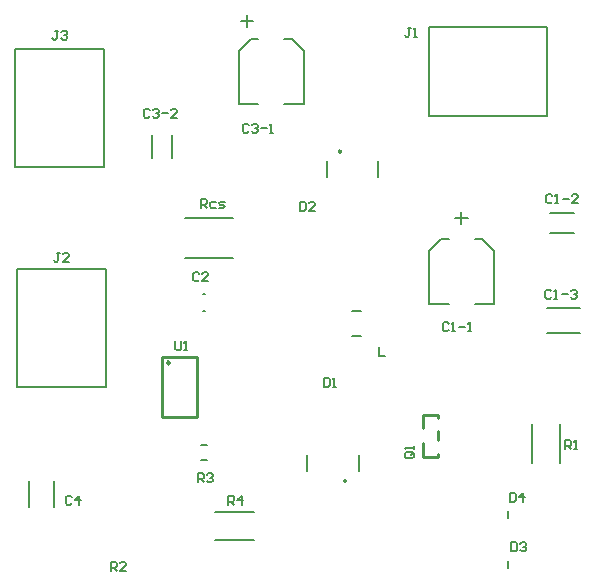
<source format=gto>
G04*
G04 #@! TF.GenerationSoftware,Altium Limited,Altium Designer,24.9.1 (31)*
G04*
G04 Layer_Color=65535*
%FSLAX44Y44*%
%MOMM*%
G71*
G04*
G04 #@! TF.SameCoordinates,064BEE1E-2FB1-430C-AF41-A2A5F34B4FD9*
G04*
G04*
G04 #@! TF.FilePolarity,Positive*
G04*
G01*
G75*
%ADD10C,0.2540*%
%ADD11C,0.2500*%
%ADD12C,0.2000*%
%ADD13C,0.1778*%
%ADD14C,0.1524*%
%ADD15R,0.1500X0.8000*%
D10*
X142850Y206690D02*
G03*
X142850Y206690I-1270J0D01*
G01*
X136500Y160970D02*
Y211770D01*
Y160970D02*
X165710D01*
Y211770D01*
X136500D02*
X165710D01*
X356870Y127000D02*
Y138430D01*
Y127000D02*
X369570D01*
Y129540D01*
X356870Y151130D02*
Y162560D01*
X369570D01*
Y160020D02*
Y162560D01*
Y140970D02*
Y148590D01*
D11*
X287530Y385710D02*
G03*
X287530Y385710I-750J0D01*
G01*
X292060Y106760D02*
G03*
X292060Y106760I-750J0D01*
G01*
D12*
X170700Y250560D02*
X172200D01*
X170700Y265060D02*
X172200D01*
X318930Y363910D02*
Y377460D01*
X275430Y363910D02*
Y377460D01*
X462189Y231759D02*
X490311D01*
X462189Y253381D02*
X490311D01*
X169540Y137560D02*
X174040D01*
X169540Y124060D02*
X174040D01*
X449229Y121496D02*
Y154558D01*
X472791Y121496D02*
Y154558D01*
X464919Y316620D02*
X485041D01*
X464919Y333620D02*
X485041D01*
X259160Y115010D02*
Y128560D01*
X302660Y115010D02*
Y128560D01*
X144390Y379829D02*
Y399951D01*
X127390Y379829D02*
Y399951D01*
X201100Y425890D02*
Y470890D01*
X211100Y480890D02*
X217600D01*
X201100Y470890D02*
X211100Y480890D01*
X201100Y425890D02*
X217600D01*
X239600D02*
X256100D01*
X246100Y480890D02*
X256100Y470890D01*
X239600Y480890D02*
X246100D01*
X256100Y425890D02*
Y470890D01*
X155977Y329420D02*
X195947D01*
X155977Y295420D02*
X195947D01*
X361880Y490850D02*
X461880D01*
X361880Y415850D02*
X461880D01*
X361880D02*
Y490850D01*
X461880Y415850D02*
Y490850D01*
X297008Y250561D02*
X304972D01*
X297008Y229499D02*
X304972D01*
X23540Y84250D02*
Y106250D01*
X45040Y84250D02*
Y106250D01*
X180723Y56799D02*
X213785D01*
X180723Y80361D02*
X213785D01*
X11990Y372510D02*
X86990D01*
X11990Y472510D02*
X86990D01*
X11990Y372510D02*
Y472510D01*
X86990Y372510D02*
Y472510D01*
X13300Y186220D02*
X88300D01*
X13300Y286220D02*
X88300D01*
X13300Y186220D02*
Y286220D01*
X88300Y186220D02*
Y286220D01*
X417390Y256570D02*
Y301570D01*
X400890Y311570D02*
X407390D01*
X417390Y301570D01*
X400890Y256570D02*
X417390D01*
X362390D02*
X378890D01*
X362390Y301570D02*
X372390Y311570D01*
X378890D01*
X362390Y256570D02*
Y301570D01*
D13*
X167640Y281939D02*
X166371Y283209D01*
X163832D01*
X162562Y281939D01*
Y276861D01*
X163832Y275591D01*
X166371D01*
X167640Y276861D01*
X175258Y275591D02*
X170180D01*
X175258Y280670D01*
Y281939D01*
X173988Y283209D01*
X171449D01*
X170180Y281939D01*
X147322Y224789D02*
Y218441D01*
X148591Y217171D01*
X151130D01*
X152400Y218441D01*
Y224789D01*
X154939Y217171D02*
X157478D01*
X156209D01*
Y224789D01*
X154939Y223519D01*
X252732Y342899D02*
Y335281D01*
X256541D01*
X257810Y336551D01*
Y341629D01*
X256541Y342899D01*
X252732D01*
X265428Y335281D02*
X260350D01*
X265428Y340360D01*
Y341629D01*
X264158Y342899D01*
X261619D01*
X260350Y341629D01*
X465580Y267460D02*
X464311Y268729D01*
X461772D01*
X460502Y267460D01*
Y262382D01*
X461772Y261112D01*
X464311D01*
X465580Y262382D01*
X468120Y261112D02*
X470659D01*
X469389D01*
Y268729D01*
X468120Y267460D01*
X474468Y264921D02*
X479546D01*
X482085Y267460D02*
X483355Y268729D01*
X485894D01*
X487163Y267460D01*
Y266190D01*
X485894Y264921D01*
X484624D01*
X485894D01*
X487163Y263651D01*
Y262382D01*
X485894Y261112D01*
X483355D01*
X482085Y262382D01*
X166372Y105411D02*
Y113029D01*
X170181D01*
X171450Y111759D01*
Y109220D01*
X170181Y107950D01*
X166372D01*
X168911D02*
X171450Y105411D01*
X173990Y111759D02*
X175259Y113029D01*
X177798D01*
X179068Y111759D01*
Y110490D01*
X177798Y109220D01*
X176529D01*
X177798D01*
X179068Y107950D01*
Y106681D01*
X177798Y105411D01*
X175259D01*
X173990Y106681D01*
X477522Y133351D02*
Y140969D01*
X481330D01*
X482600Y139699D01*
Y137160D01*
X481330Y135890D01*
X477522D01*
X480061D02*
X482600Y133351D01*
X485139D02*
X487678D01*
X486409D01*
Y140969D01*
X485139Y139699D01*
X466728Y347979D02*
X465458Y349249D01*
X462919D01*
X461649Y347979D01*
Y342901D01*
X462919Y341631D01*
X465458D01*
X466728Y342901D01*
X469267Y341631D02*
X471806D01*
X470536D01*
Y349249D01*
X469267Y347979D01*
X475615Y345440D02*
X480693D01*
X488311Y341631D02*
X483232D01*
X488311Y346710D01*
Y347979D01*
X487041Y349249D01*
X484502D01*
X483232Y347979D01*
X347979Y130810D02*
X342901D01*
X341631Y129540D01*
Y127001D01*
X342901Y125732D01*
X347979D01*
X349249Y127001D01*
Y129540D01*
X346710Y128271D02*
X349249Y130810D01*
Y129540D02*
X347979Y130810D01*
X349249Y133349D02*
Y135888D01*
Y134619D01*
X341631D01*
X342901Y133349D01*
X273292Y194259D02*
Y186641D01*
X277100D01*
X278370Y187911D01*
Y192989D01*
X277100Y194259D01*
X273292D01*
X280909Y186641D02*
X283448D01*
X282179D01*
Y194259D01*
X280909Y192989D01*
X125733Y420369D02*
X124463Y421639D01*
X121924D01*
X120654Y420369D01*
Y415291D01*
X121924Y414021D01*
X124463D01*
X125733Y415291D01*
X128272Y420369D02*
X129542Y421639D01*
X132081D01*
X133350Y420369D01*
Y419100D01*
X132081Y417830D01*
X130811D01*
X132081D01*
X133350Y416560D01*
Y415291D01*
X132081Y414021D01*
X129542D01*
X128272Y415291D01*
X135890Y417830D02*
X140968D01*
X148586Y414021D02*
X143507D01*
X148586Y419100D01*
Y420369D01*
X147316Y421639D01*
X144777D01*
X143507Y420369D01*
X209552Y407669D02*
X208283Y408939D01*
X205744D01*
X204474Y407669D01*
Y402591D01*
X205744Y401321D01*
X208283D01*
X209552Y402591D01*
X212092Y407669D02*
X213361Y408939D01*
X215900D01*
X217170Y407669D01*
Y406400D01*
X215900Y405130D01*
X214631D01*
X215900D01*
X217170Y403860D01*
Y402591D01*
X215900Y401321D01*
X213361D01*
X212092Y402591D01*
X219709Y405130D02*
X224788D01*
X227327Y401321D02*
X229866D01*
X228596D01*
Y408939D01*
X227327Y407669D01*
X168913Y337821D02*
Y345439D01*
X172722D01*
X173992Y344169D01*
Y341630D01*
X172722Y340360D01*
X168913D01*
X171453D02*
X173992Y337821D01*
X181609Y342900D02*
X177800D01*
X176531Y341630D01*
Y339091D01*
X177800Y337821D01*
X181609D01*
X184148D02*
X187957D01*
X189227Y339091D01*
X187957Y340360D01*
X185418D01*
X184148Y341630D01*
X185418Y342900D01*
X189227D01*
X346710Y490219D02*
X344171D01*
X345440D01*
Y483871D01*
X344171Y482601D01*
X342901D01*
X341632Y483871D01*
X349249Y482601D02*
X351788D01*
X350519D01*
Y490219D01*
X349249Y488949D01*
X319557Y219709D02*
Y212091D01*
X324636D01*
X59690Y92709D02*
X58421Y93979D01*
X55882D01*
X54612Y92709D01*
Y87631D01*
X55882Y86361D01*
X58421D01*
X59690Y87631D01*
X66038Y86361D02*
Y93979D01*
X62230Y90170D01*
X67308D01*
X92712Y30481D02*
Y38099D01*
X96521D01*
X97790Y36829D01*
Y34290D01*
X96521Y33020D01*
X92712D01*
X95251D02*
X97790Y30481D01*
X105408D02*
X100330D01*
X105408Y35560D01*
Y36829D01*
X104138Y38099D01*
X101599D01*
X100330Y36829D01*
X430532Y96519D02*
Y88901D01*
X434341D01*
X435610Y90171D01*
Y95249D01*
X434341Y96519D01*
X430532D01*
X441958Y88901D02*
Y96519D01*
X438150Y92710D01*
X443228D01*
X192176Y86361D02*
Y93979D01*
X195984D01*
X197254Y92709D01*
Y90170D01*
X195984Y88900D01*
X192176D01*
X194715D02*
X197254Y86361D01*
X203602D02*
Y93979D01*
X199793Y90170D01*
X204871D01*
X431802Y54609D02*
Y46991D01*
X435611D01*
X436880Y48261D01*
Y53339D01*
X435611Y54609D01*
X431802D01*
X439420Y53339D02*
X440689Y54609D01*
X443228D01*
X444498Y53339D01*
Y52070D01*
X443228Y50800D01*
X441959D01*
X443228D01*
X444498Y49530D01*
Y48261D01*
X443228Y46991D01*
X440689D01*
X439420Y48261D01*
X48260Y487679D02*
X45721D01*
X46991D01*
Y481331D01*
X45721Y480061D01*
X44452D01*
X43182Y481331D01*
X50800Y486409D02*
X52069Y487679D01*
X54608D01*
X55878Y486409D01*
Y485140D01*
X54608Y483870D01*
X53339D01*
X54608D01*
X55878Y482600D01*
Y481331D01*
X54608Y480061D01*
X52069D01*
X50800Y481331D01*
X49530Y299719D02*
X46991D01*
X48261D01*
Y293371D01*
X46991Y292101D01*
X45722D01*
X44452Y293371D01*
X57148Y292101D02*
X52070D01*
X57148Y297180D01*
Y298449D01*
X55878Y299719D01*
X53339D01*
X52070Y298449D01*
X379097Y239619D02*
X377828Y240889D01*
X375289D01*
X374019Y239619D01*
Y234541D01*
X375289Y233271D01*
X377828D01*
X379097Y234541D01*
X381636Y233271D02*
X384176D01*
X382906D01*
Y240889D01*
X381636Y239619D01*
X387984Y237080D02*
X393063D01*
X395602Y233271D02*
X398141D01*
X396871D01*
Y240889D01*
X395602Y239619D01*
D14*
X202912Y496304D02*
X213360D01*
X208136Y491080D02*
Y501528D01*
X384442Y329294D02*
X394890D01*
X389666Y324070D02*
Y334518D01*
D15*
X428860Y77469D02*
D03*
X429375Y35560D02*
D03*
M02*

</source>
